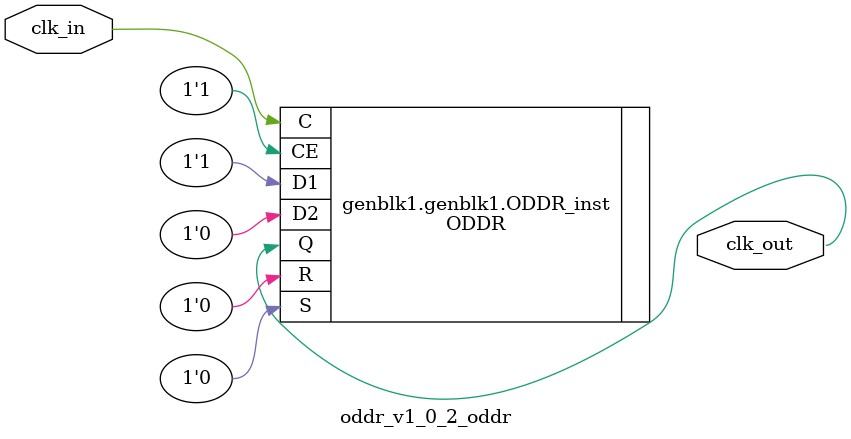
<source format=v>
`timescale 1ns / 1ps


module oddr_v1_0_2_oddr #(
		parameter C_FAMILY             = "kintex7",
                parameter SIM_DEVICE           = "versal")
		(
    input clk_in,
    output clk_out
    );
    
    
generate
        if    (C_FAMILY == "versal")
            begin
            
       //   ODDRE1    : In order to incorporate this function into the design,
            //   Verilog   : the following instance declaration needs to be placed
            //  instance   : in the body of the design code.  The instance name
            // declaration : (ODDRE1_inst) and/or the port declarations within the
            //    code     : parenthesis may be changed to properly reference and
            //             : connect this function to the design.  All inputs
            //             : and outputs must be connected.
            
            
               // ODDRE1: Dedicated Dual Data Rate (DDR) Output Register
               //         Versal
               // Xilinx HDL Language Template, version 2017.1
            
               ODDRE1 #(
                  .IS_C_INVERTED(1'b0),  // Optional inversion for clk_in
                  .IS_D1_INVERTED(1'b0), // Optional inversion for D1
                  .IS_D2_INVERTED(1'b0), // Optional inversion for D2
                  .SRVAL(1'b0),           // Initializes the ODDRE1 Flip-Flops to the specified value (1'b0, 1'b1)
                  .SIM_DEVICE(SIM_DEVICE)
               )
               ODDRE1_inst (
                  .Q(clk_out),   // 1-bit output: Data output to IOB
                  .C(clk_in),   // 1-bit input: High-speed clock input
                  .D1(1'b1), // 1-bit input: Parallel data input 1
                  .D2(1'b0), // 1-bit input: Parallel data input 2
                  .SR(1'b0)  // 1-bit input: Active High Async Reset
               );    
    
		end
        else begin
        if    (C_FAMILY == "kintexu" || C_FAMILY == "kintexuplus" || C_FAMILY == "virtexu" || C_FAMILY == "virtexuplus" || C_FAMILY == "zynquplus")
            begin
            
       //   ODDRE1    : In order to incorporate this function into the design,
            //   Verilog   : the following instance declaration needs to be placed
            //  instance   : in the body of the design code.  The instance name
            // declaration : (ODDRE1_inst) and/or the port declarations within the
            //    code     : parenthesis may be changed to properly reference and
            //             : connect this function to the design.  All inputs
            //             : and outputs must be connected.
            
            
               // ODDRE1: Dedicated Dual Data Rate (DDR) Output Register
               //         UltraScale / UltraScale+
               // Xilinx HDL Language Template, version 2017.1
            
               ODDRE1 #(
                  .IS_C_INVERTED(1'b0),  // Optional inversion for clk_in
                  .IS_D1_INVERTED(1'b0), // Optional inversion for D1
                  .IS_D2_INVERTED(1'b0), // Optional inversion for D2
                  .SRVAL(1'b0)           // Initializes the ODDRE1 Flip-Flops to the specified value (1'b0, 1'b1)
               )
               ODDRE1_inst (
                  .Q(clk_out),   // 1-bit output: Data output to IOB
                  .C(clk_in),   // 1-bit input: High-speed clock input
                  .D1(1'b1), // 1-bit input: Parallel data input 1
                  .D2(1'b0), // 1-bit input: Parallel data input 2
                  .SR(1'b0)  // 1-bit input: Active High Async Reset
               );    
    
		end
       else
       begin
               
    //      ODDR     : In order to incorporate this function into the design,
       //     Verilog   : the following instance declaration needs to be placed
       //    instance   : in the body of the design code.  The instance name
       //   declaration : (ODDR_inst) and/or the port declarations within the
       //      code     : parenthesis may be changed to properly reference and
       //               : connect this function to the design.  Delete or comment
       //               : out inputs/outs that are not necessary.
           
          // ODDR: Output Double Data Rate Output Register with Set, Reset
          //       and Clock Enable.
          //       Series7
          // Xilinx HDL Language Template, version 2017.1
       
          ODDR #(
             .DDR_CLK_EDGE("OPPOSITE_EDGE"), // "OPPOSITE_EDGE" or "SAME_EDGE" 
             .INIT(1'b0),    // Initial value of Q: 1'b0 or 1'b1
             .SRTYPE("SYNC") // Set/Reset type: "SYNC" or "ASYNC" 
          ) ODDR_inst (
             .Q(clk_out),   // 1-bit DDR output
             .C(clk_in),   // 1-bit clock input
             .CE(1'b1), // 1-bit clock enable input
             .D1(1'b1), // 1-bit data input (positive edge)
             .D2(1'b0), // 1-bit data input (negative edge)
             .R(1'b0),   // 1-bit reset
             .S(1'b0)    // 1-bit set
          );
	   end
	   end
   endgenerate                    
                                                                                                                                             
endmodule



</source>
